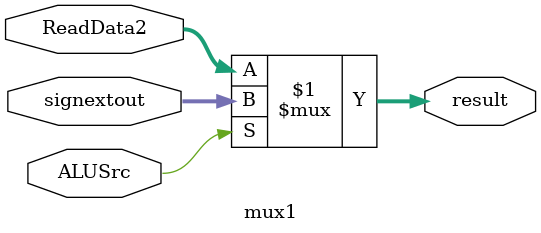
<source format=v>
`timescale 1ns / 1ps


module mux1(
    input ALUSrc,
    input [31:0] ReadData2,
    input [31:0] signextout,
    output [31:0] result
    );
    
    assign result = ALUSrc? signextout:ReadData2;
endmodule

</source>
